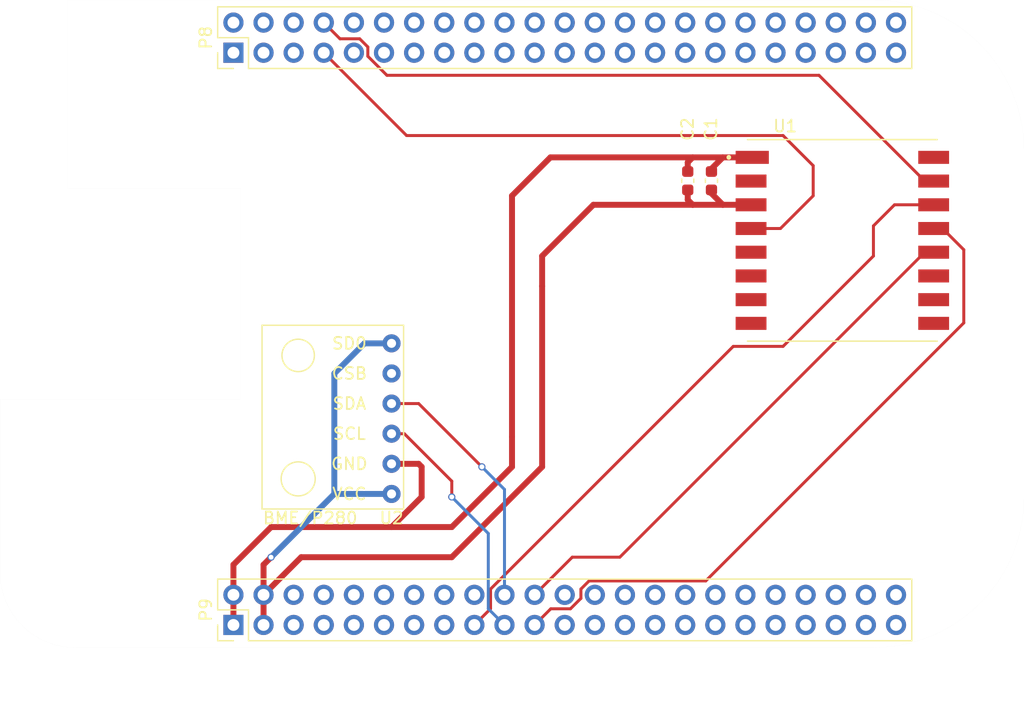
<source format=kicad_pcb>
(kicad_pcb (version 20221018) (generator pcbnew)
  (layers (0 "F.Cu" signal) (31 "B.Cu" signal) (34 "B.Paste" user) (35 "F.Paste" user) (36 "B.SilkS" user "B.Silkscreen") (37 "F.SilkS" user "F.Silkscreen") (38 "B.Mask" user) (39 "F.Mask" user) (44 "Edge.Cuts" user))
  (net 0 "")
  (net 1 "/SPI1.D0")
  (net 2 "/MMC1.DAT6")
  (net 3 "/MMC1.DAT7")
  (net 4 "/MMC1.DAT2")
  (net 5 "/MMC1.DAT3")
  (net 6 "/GPIO66")
  (net 7 "/GPIO67")
  (net 8 "/GPIO69")
  (net 9 "/GPIO68")
  (net 10 "/GPIO45")
  (net 11 "/GPIO44")
  (net 12 "/GPIO23")
  (net 13 "/GPIO26")
  (net 14 "/GPIO47")
  (net 15 "/GPIO46")
  (net 16 "/GPIO27")
  (net 17 "/LCD.AC_BIAS_E")
  (net 18 "/LCD.HSYNC")
  (net 19 "/GPIO65")
  (net 20 "/LCD.VSYNC")
  (net 21 "/LCD.PCLK")
  (net 22 "/GPIO22")
  (net 23 "/MMC1.DAT5")
  (net 24 "/MMC1.DAT4")
  (net 25 "/MMC1.DAT1")
  (net 26 "/MMC1.CLK")
  (net 27 "/MMC1.CMD")
  (net 28 "/MMC1.DAT0")
  (net 29 "/GPIO61")
  (net 30 "/LCD.DATA14")
  (net 31 "/LCD.DATA15")
  (net 32 "/LCD.DATA13")
  (net 33 "/LCD.DATA11")
  (net 34 "/LCD.DATA8")
  (net 35 "/LCD.DATA10")
  (net 36 "/LCD.DATA6")
  (net 37 "/LCD.DATA9")
  (net 38 "/LCD.DATA4")
  (net 39 "/LCD.DATA7")
  (net 40 "/LCD.DATA2")
  (net 41 "/LCD.DATA5")
  (net 42 "/LCD.DATA0")
  (net 43 "/LCD.DATA3")
  (net 44 "/LCD.DATA1")
  (net 45 "/GPIO30")
  (net 46 "/GPIO60")
  (net 47 "/GPIO31")
  (net 48 "/I2C2.SDA")
  (net 49 "/I2C2.SCL")
  (net 50 "GNDD")
  (net 51 "+3V3")
  (net 52 "+5V")
  (net 53 "/GPIO40")
  (net 54 "/GPIO48")
  (net 55 "/AIN1")
  (net 56 "/AIN0")
  (net 57 "/AIN3")
  (net 58 "/AIN2")
  (net 59 "/AIN5")
  (net 60 "/AIN6")
  (net 61 "GNDA")
  (net 62 "/AIN4")
  (net 63 "+1V8")
  (net 64 "/GPIO51")
  (net 65 "/GPIO4")
  (net 66 "/GPIO5")
  (net 67 "/GPIO3")
  (net 68 "/GPIO2")
  (net 69 "/GPIO49")
  (net 70 "/GPIO15")
  (net 71 "/GPIO117")
  (net 72 "/GPIO14")
  (net 73 "/GPIO125")
  (net 74 "/GPIO122")
  (net 75 "/GPIO20")
  (net 76 "/GPIO7")
  (net 77 "/~{SYS_RESET}")
  (net 78 "/PWR_BUT")
  (net 79 "VBUS")
  (net 80 "/SPI1.SCLK")
  (net 81 "/SPI1.CS0")
  (footprint "Connector_PinHeader_2.54mm:PinHeader_2x23_P2.54mm_Vertical" (layer "F.Cu") (at 119.685 49.835 90)
    (fp_text reference "P8" (at 1.27 -2.33 270) (layer "F.SilkS"))
    (fp_text value "BeagleBone_Black_Header" hide)
    (fp_line (start -1.33 -1.33) (end 0 -1.33) (stroke (width 0.12)) (layer "F.SilkS"))
    (fp_line (start -1.33 0) (end -1.33 -1.33) (stroke (width 0.12)) (layer "F.SilkS"))
    (fp_line (start -1.33 1.27) (end -1.33 57.21) (stroke (width 0.12)) (layer "F.SilkS"))
    (fp_line (start -1.33 1.27) (end 1.27 1.27) (stroke (width 0.12)) (layer "F.SilkS"))
    (fp_line (start -1.33 57.21) (end 3.87 57.21) (stroke (width 0.12)) (layer "F.SilkS"))
    (fp_line (start 1.27 -1.33) (end 3.87 -1.33) (stroke (width 0.12)) (layer "F.SilkS"))
    (fp_line (start 1.27 1.27) (end 1.27 -1.33) (stroke (width 0.12)) (layer "F.SilkS"))
    (fp_line (start 3.87 -1.33) (end 3.87 57.21) (stroke (width 0.12)) (layer "F.SilkS"))
    (pad "1" thru_hole rect locked (at 0 0 90) (size 1.7 1.7) (drill 1) (layers "*.Cu" "*.Mask") (net 50 "GNDD"))
    (pad "2" thru_hole oval locked (at 2.54 0 90) (size 1.7 1.7) (drill 1) (layers "*.Cu" "*.Mask") (net 50 "GNDD"))
    (pad "3" thru_hole oval locked (at 0 2.54 90) (size 1.7 1.7) (drill 1) (layers "*.Cu" "*.Mask") (net 2 "/MMC1.DAT6"))
    (pad "4" thru_hole oval locked (at 2.54 2.54 90) (size 1.7 1.7) (drill 1) (layers "*.Cu" "*.Mask") (net 3 "/MMC1.DAT7"))
    (pad "5" thru_hole oval locked (at 0 5.08 90) (size 1.7 1.7) (drill 1) (layers "*.Cu" "*.Mask") (net 4 "/MMC1.DAT2"))
    (pad "6" thru_hole oval locked (at 2.54 5.08 90) (size 1.7 1.7) (drill 1) (layers "*.Cu" "*.Mask") (net 5 "/MMC1.DAT3"))
    (pad "7" thru_hole oval locked (at 0 7.62 90) (size 1.7 1.7) (drill 1) (layers "*.Cu" "*.Mask") (net 6 "/GPIO66"))
    (pad "8" thru_hole oval locked (at 2.54 7.62 90) (size 1.7 1.7) (drill 1) (layers "*.Cu" "*.Mask") (net 7 "/GPIO67"))
    (pad "9" thru_hole oval locked (at 0 10.16 90) (size 1.7 1.7) (drill 1) (layers "*.Cu" "*.Mask") (net 8 "/GPIO69"))
    (pad "10" thru_hole oval locked (at 2.54 10.16 90) (size 1.7 1.7) (drill 1) (layers "*.Cu" "*.Mask") (net 9 "/GPIO68"))
    (pad "11" thru_hole oval locked (at 0 12.7 90) (size 1.7 1.7) (drill 1) (layers "*.Cu" "*.Mask") (net 10 "/GPIO45"))
    (pad "12" thru_hole oval locked (at 2.54 12.7 90) (size 1.7 1.7) (drill 1) (layers "*.Cu" "*.Mask") (net 11 "/GPIO44"))
    (pad "13" thru_hole oval locked (at 0 15.24 90) (size 1.7 1.7) (drill 1) (layers "*.Cu" "*.Mask") (net 12 "/GPIO23"))
    (pad "14" thru_hole oval locked (at 2.54 15.24 90) (size 1.7 1.7) (drill 1) (layers "*.Cu" "*.Mask") (net 13 "/GPIO26"))
    (pad "15" thru_hole oval locked (at 0 17.78 90) (size 1.7 1.7) (drill 1) (layers "*.Cu" "*.Mask") (net 14 "/GPIO47"))
    (pad "16" thru_hole oval locked (at 2.54 17.78 90) (size 1.7 1.7) (drill 1) (layers "*.Cu" "*.Mask") (net 15 "/GPIO46"))
    (pad "17" thru_hole oval locked (at 0 20.32 90) (size 1.7 1.7) (drill 1) (layers "*.Cu" "*.Mask") (net 16 "/GPIO27"))
    (pad "18" thru_hole oval locked (at 2.54 20.32 90) (size 1.7 1.7) (drill 1) (layers "*.Cu" "*.Mask") (net 19 "/GPIO65"))
    (pad "19" thru_hole oval locked (at 0 22.86 90) (size 1.7 1.7) (drill 1) (layers "*.Cu" "*.Mask") (net 22 "/GPIO22"))
    (pad "20" thru_hole oval locked (at 2.54 22.86 90) (size 1.7 1.7) (drill 1) (layers "*.Cu" "*.Mask") (net 27 "/MMC1.CMD"))
    (pad "21" thru_hole oval locked (at 0 25.4 90) (size 1.7 1.7) (drill 1) (layers "*.Cu" "*.Mask") (net 26 "/MMC1.CLK"))
    (pad "22" thru_hole oval locked (at 2.54 25.4 90) (size 1.7 1.7) (drill 1) (layers "*.Cu" "*.Mask") (net 23 "/MMC1.DAT5"))
    (pad "23" thru_hole oval locked (at 0 27.94 90) (size 1.7 1.7) (drill 1) (layers "*.Cu" "*.Mask") (net 24 "/MMC1.DAT4"))
    (pad "24" thru_hole oval locked (at 2.54 27.94 90) (size 1.7 1.7) (drill 1) (layers "*.Cu" "*.Mask") (net 25 "/MMC1.DAT1"))
    (pad "25" thru_hole oval locked (at 0 30.48 90) (size 1.7 1.7) (drill 1) (layers "*.Cu" "*.Mask") (net 28 "/MMC1.DAT0"))
    (pad "26" thru_hole oval locked (at 2.54 30.48 90) (size 1.7 1.7) (drill 1) (layers "*.Cu" "*.Mask") (net 21 "/LCD.PCLK"))
    (pad "27" thru_hole oval locked (at 0 33.02 90) (size 1.7 1.7) (drill 1) (layers "*.Cu" "*.Mask") (net 20 "/LCD.VSYNC"))
    (pad "28" thru_hole oval locked (at 2.54 33.02 90) (size 1.7 1.7) (drill 1) (layers "*.Cu" "*.Mask") (net 29 "/GPIO61"))
    (pad "29" thru_hole oval locked (at 0 35.56 90) (size 1.7 1.7) (drill 1) (layers "*.Cu" "*.Mask") (net 18 "/LCD.HSYNC"))
    (pad "30" thru_hole oval locked (at 2.54 35.56 90) (size 1.7 1.7) (drill 1) (layers "*.Cu" "*.Mask") (net 17 "/LCD.AC_BIAS_E"))
    (pad "31" thru_hole oval locked (at 0 38.1 90) (size 1.7 1.7) (drill 1) (layers "*.Cu" "*.Mask") (net 30 "/LCD.DATA14"))
    (pad "32" thru_hole oval locked (at 2.54 38.1 90) (size 1.7 1.7) (drill 1) (layers "*.Cu" "*.Mask") (net 31 "/LCD.DATA15"))
    (pad "33" thru_hole oval locked (at 0 40.64 90) (size 1.7 1.7) (drill 1) (layers "*.Cu" "*.Mask") (net 32 "/LCD.DATA13"))
    (pad "34" thru_hole oval locked (at 2.54 40.64 90) (size 1.7 1.7) (drill 1) (layers "*.Cu" "*.Mask") (net 33 "/LCD.DATA11"))
    (pad "35" thru_hole oval locked (at 0 43.18 90) (size 1.7 1.7) (drill 1) (layers "*.Cu" "*.Mask") (net 34 "/LCD.DATA8"))
    (pad "36" thru_hole oval locked (at 2.54 43.18 90) (size 1.7 1.7) (drill 1) (layers "*.Cu" "*.Mask") (net 35 "/LCD.DATA10"))
    (pad "37" thru_hole oval locked (at 0 45.72 90) (size 1.7 1.7) (drill 1) (layers "*.Cu" "*.Mask") (net 36 "/LCD.DATA6"))
    (pad "38" thru_hole oval locked (at 2.54 45.72 90) (size 1.7 1.7) (drill 1) (layers "*.Cu" "*.Mask") (net 37 "/LCD.DATA9"))
    (pad "39" thru_hole oval locked (at 0 48.26 90) (size 1.7 1.7) (drill 1) (layers "*.Cu" "*.Mask") (net 38 "/LCD.DATA4"))
    (pad "40" thru_hole oval locked (at 2.54 48.26 90) (size 1.7 1.7) (drill 1) (layers "*.Cu" "*.Mask") (net 39 "/LCD.DATA7"))
    (pad "41" thru_hole oval locked (at 0 50.8 90) (size 1.7 1.7) (drill 1) (layers "*.Cu" "*.Mask") (net 40 "/LCD.DATA2"))
    (pad "42" thru_hole oval locked (at 2.54 50.8 90) (size 1.7 1.7) (drill 1) (layers "*.Cu" "*.Mask") (net 41 "/LCD.DATA5"))
    (pad "43" thru_hole oval locked (at 0 53.34 90) (size 1.7 1.7) (drill 1) (layers "*.Cu" "*.Mask") (net 42 "/LCD.DATA0"))
    (pad "44" thru_hole oval locked (at 2.54 53.34 90) (size 1.7 1.7) (drill 1) (layers "*.Cu" "*.Mask") (net 43 "/LCD.DATA3"))
    (pad "45" thru_hole oval locked (at 0 55.88 90) (size 1.7 1.7) (drill 1) (layers "*.Cu" "*.Mask") (net 50 "GNDD"))
    (pad "46" thru_hole oval locked (at 2.54 55.88 90) (size 1.7 1.7) (drill 1) (layers "*.Cu" "*.Mask") (net 44 "/LCD.DATA1"))
  )
  (footprint "Connector_PinHeader_2.54mm:PinHeader_2x23_P2.54mm_Vertical" (layer "F.Cu") (at 119.685 98.095 90)
    (fp_text reference "P9" (at 1.27 -2.33 270) (layer "F.SilkS"))
    (fp_text value "BeagleBone_Black_Header" hide)
    (fp_line (start -1.33 -1.33) (end 0 -1.33) (stroke (width 0.12)) (layer "F.SilkS"))
    (fp_line (start -1.33 0) (end -1.33 -1.33) (stroke (width 0.12)) (layer "F.SilkS"))
    (fp_line (start -1.33 1.27) (end -1.33 57.21) (stroke (width 0.12)) (layer "F.SilkS"))
    (fp_line (start -1.33 1.27) (end 1.27 1.27) (stroke (width 0.12)) (layer "F.SilkS"))
    (fp_line (start -1.33 57.21) (end 3.87 57.21) (stroke (width 0.12)) (layer "F.SilkS"))
    (fp_line (start 1.27 -1.33) (end 3.87 -1.33) (stroke (width 0.12)) (layer "F.SilkS"))
    (fp_line (start 1.27 1.27) (end 1.27 -1.33) (stroke (width 0.12)) (layer "F.SilkS"))
    (fp_line (start 3.87 -1.33) (end 3.87 57.21) (stroke (width 0.12)) (layer "F.SilkS"))
    (pad "1" thru_hole rect locked (at 0 0 90) (size 1.7 1.7) (drill 1) (layers "*.Cu" "*.Mask") (net 50 "GNDD"))
    (pad "2" thru_hole oval locked (at 2.54 0 90) (size 1.7 1.7) (drill 1) (layers "*.Cu" "*.Mask") (net 50 "GNDD"))
    (pad "3" thru_hole oval locked (at 0 2.54 90) (size 1.7 1.7) (drill 1) (layers "*.Cu" "*.Mask") (net 51 "+3V3"))
    (pad "4" thru_hole oval locked (at 2.54 2.54 90) (size 1.7 1.7) (drill 1) (layers "*.Cu" "*.Mask") (net 51 "+3V3"))
    (pad "5" thru_hole oval locked (at 0 5.08 90) (size 1.7 1.7) (drill 1) (layers "*.Cu" "*.Mask") (net 52 "+5V"))
    (pad "6" thru_hole oval locked (at 2.54 5.08 90) (size 1.7 1.7) (drill 1) (layers "*.Cu" "*.Mask") (net 52 "+5V"))
    (pad "7" thru_hole oval locked (at 0 7.62 90) (size 1.7 1.7) (drill 1) (layers "*.Cu" "*.Mask") (net 79 "VBUS"))
    (pad "8" thru_hole oval locked (at 2.54 7.62 90) (size 1.7 1.7) (drill 1) (layers "*.Cu" "*.Mask") (net 79 "VBUS"))
    (pad "9" thru_hole oval locked (at 0 10.16 90) (size 1.7 1.7) (drill 1) (layers "*.Cu" "*.Mask") (net 78 "/PWR_BUT"))
    (pad "10" thru_hole oval locked (at 2.54 10.16 90) (size 1.7 1.7) (drill 1) (layers "*.Cu" "*.Mask") (net 77 "/~{SYS_RESET}"))
    (pad "11" thru_hole oval locked (at 0 12.7 90) (size 1.7 1.7) (drill 1) (layers "*.Cu" "*.Mask") (net 45 "/GPIO30"))
    (pad "12" thru_hole oval locked (at 2.54 12.7 90) (size 1.7 1.7) (drill 1) (layers "*.Cu" "*.Mask") (net 46 "/GPIO60"))
    (pad "13" thru_hole oval locked (at 0 15.24 90) (size 1.7 1.7) (drill 1) (layers "*.Cu" "*.Mask") (net 47 "/GPIO31"))
    (pad "14" thru_hole oval locked (at 2.54 15.24 90) (size 1.7 1.7) (drill 1) (layers "*.Cu" "*.Mask") (net 53 "/GPIO40"))
    (pad "15" thru_hole oval locked (at 0 17.78 90) (size 1.7 1.7) (drill 1) (layers "*.Cu" "*.Mask") (net 54 "/GPIO48"))
    (pad "16" thru_hole oval locked (at 2.54 17.78 90) (size 1.7 1.7) (drill 1) (layers "*.Cu" "*.Mask") (net 64 "/GPIO51"))
    (pad "17" thru_hole oval locked (at 0 20.32 90) (size 1.7 1.7) (drill 1) (layers "*.Cu" "*.Mask") (net 65 "/GPIO4"))
    (pad "18" thru_hole oval locked (at 2.54 20.32 90) (size 1.7 1.7) (drill 1) (layers "*.Cu" "*.Mask") (net 66 "/GPIO5"))
    (pad "19" thru_hole oval locked (at 0 22.86 90) (size 1.7 1.7) (drill 1) (layers "*.Cu" "*.Mask") (net 49 "/I2C2.SCL"))
    (pad "20" thru_hole oval locked (at 2.54 22.86 90) (size 1.7 1.7) (drill 1) (layers "*.Cu" "*.Mask") (net 48 "/I2C2.SDA"))
    (pad "21" thru_hole oval locked (at 0 25.4 90) (size 1.7 1.7) (drill 1) (layers "*.Cu" "*.Mask") (net 67 "/GPIO3"))
    (pad "22" thru_hole oval locked (at 2.54 25.4 90) (size 1.7 1.7) (drill 1) (layers "*.Cu" "*.Mask") (net 68 "/GPIO2"))
    (pad "23" thru_hole oval locked (at 0 27.94 90) (size 1.7 1.7) (drill 1) (layers "*.Cu" "*.Mask") (net 69 "/GPIO49"))
    (pad "24" thru_hole oval locked (at 2.54 27.94 90) (size 1.7 1.7) (drill 1) (layers "*.Cu" "*.Mask") (net 70 "/GPIO15"))
    (pad "25" thru_hole oval locked (at 0 30.48 90) (size 1.7 1.7) (drill 1) (layers "*.Cu" "*.Mask") (net 71 "/GPIO117"))
    (pad "26" thru_hole oval locked (at 2.54 30.48 90) (size 1.7 1.7) (drill 1) (layers "*.Cu" "*.Mask") (net 72 "/GPIO14"))
    (pad "27" thru_hole oval locked (at 0 33.02 90) (size 1.7 1.7) (drill 1) (layers "*.Cu" "*.Mask") (net 73 "/GPIO125"))
    (pad "28" thru_hole oval locked (at 2.54 33.02 90) (size 1.7 1.7) (drill 1) (layers "*.Cu" "*.Mask") (net 81 "/SPI1.CS0"))
    (pad "29" thru_hole oval locked (at 0 35.56 90) (size 1.7 1.7) (drill 1) (layers "*.Cu" "*.Mask") (net 1 "/SPI1.D0"))
    (pad "30" thru_hole oval locked (at 2.54 35.56 90) (size 1.7 1.7) (drill 1) (layers "*.Cu" "*.Mask") (net 74 "/GPIO122"))
    (pad "31" thru_hole oval locked (at 0 38.1 90) (size 1.7 1.7) (drill 1) (layers "*.Cu" "*.Mask") (net 80 "/SPI1.SCLK"))
    (pad "32" thru_hole oval locked (at 2.54 38.1 90) (size 1.7 1.7) (drill 1) (layers "*.Cu" "*.Mask") (net 63 "+1V8"))
    (pad "33" thru_hole oval locked (at 0 40.64 90) (size 1.7 1.7) (drill 1) (layers "*.Cu" "*.Mask") (net 62 "/AIN4"))
    (pad "34" thru_hole oval locked (at 2.54 40.64 90) (size 1.7 1.7) (drill 1) (layers "*.Cu" "*.Mask") (net 61 "GNDA"))
    (pad "35" thru_hole oval locked (at 0 43.18 90) (size 1.7 1.7) (drill 1) (layers "*.Cu" "*.Mask") (net 60 "/AIN6"))
    (pad "36" thru_hole oval locked (at 2.54 43.18 90) (size 1.7 1.7) (drill 1) (layers "*.Cu" "*.Mask") (net 59 "/AIN5"))
    (pad "37" thru_hole oval locked (at 0 45.72 90) (size 1.7 1.7) (drill 1) (layers "*.Cu" "*.Mask") (net 58 "/AIN2"))
    (pad "38" thru_hole oval locked (at 2.54 45.72 90) (size 1.7 1.7) (drill 1) (layers "*.Cu" "*.Mask") (net 57 "/AIN3"))
    (pad "39" thru_hole oval locked (at 0 48.26 90) (size 1.7 1.7) (drill 1) (layers "*.Cu" "*.Mask") (net 56 "/AIN0"))
    (pad "40" thru_hole oval locked (at 2.54 48.26 90) (size 1.7 1.7) (drill 1) (layers "*.Cu" "*.Mask") (net 55 "/AIN1"))
    (pad "41" thru_hole oval locked (at 0 50.8 90) (size 1.7 1.7) (drill 1) (layers "*.Cu" "*.Mask") (net 75 "/GPIO20"))
    (pad "42" thru_hole oval locked (at 2.54 50.8 90) (size 1.7 1.7) (drill 1) (layers "*.Cu" "*.Mask") (net 76 "/GPIO7"))
    (pad "43" thru_hole oval locked (at 0 53.34 90) (size 1.7 1.7) (drill 1) (layers "*.Cu" "*.Mask") (net 50 "GNDD"))
    (pad "44" thru_hole oval locked (at 2.54 53.34 90) (size 1.7 1.7) (drill 1) (layers "*.Cu" "*.Mask") (net 50 "GNDD"))
    (pad "45" thru_hole oval locked (at 0 55.88 90) (size 1.7 1.7) (drill 1) (layers "*.Cu" "*.Mask") (net 50 "GNDD"))
    (pad "46" thru_hole oval locked (at 2.54 55.88 90) (size 1.7 1.7) (drill 1) (layers "*.Cu" "*.Mask") (net 50 "GNDD"))
  )
  (footprint "Capacitor_SMD:C_0603_1608Metric" (layer "F.Cu") (at 160 60.63 90)
    (fp_text reference "C1" (at 4.35 -0.045 90) (layer "F.SilkS"))
    (fp_text value "22uF" hide)
    (fp_line (start -0.14058 -0.51) (end 0.14058 -0.51) (stroke (width 0.12)) (layer "F.SilkS"))
    (fp_line (start -0.14058 0.51) (end 0.14058 0.51) (stroke (width 0.12)) (layer "F.SilkS"))
    (pad "1" smd roundrect (at -0.775 0 90) (size 0.9 0.95) (layers "F.Cu" "F.Paste" "F.Mask") (net 51 "+3V3"))
    (pad "2" smd roundrect (at 0.775 0 90) (size 0.9 0.95) (layers "F.Cu" "F.Paste" "F.Mask") (net 50 "GNDD"))
  )
  (footprint "MountingHole:MountingHole_3.2mm_M3_DIN965" (layer "F.Cu") (at 180.645 51.74)
    (fp_text reference "MH3" hide)
    (fp_text value "MountingHole_3.2mm_M3_DIN965" hide)
    (pad "" np_thru_hole circle locked (at 0 0) (size 3.2 3.2) (drill 3.2) (layers "*.Cu" "*.Mask"))
  )
  (footprint "RA-02_LORA:MODULE_RA-02_LORA" (layer "F.Cu") (at 171.04 65.66)
    (fp_text reference "U1" (at -4.825 -9.635) (layer "F.SilkS"))
    (fp_text value "RA-02_LORA")
    (fp_line (start -8 -8.5) (end 8 -8.5) (stroke (width 0.127)) (layer "F.SilkS"))
    (fp_line (start -8 8.5) (end 8 8.5) (stroke (width 0.127)) (layer "F.SilkS"))
    (fp_circle (center -9.576 -7) (end -9.476 -7) (stroke (width 0.2)) (fill none) (layer "F.SilkS"))
    (pad "1" smd rect (at -7.6 -7) (size 2.8 1.1) (layers "F.Cu" "F.Paste" "F.Mask") (net 50 "GNDD"))
    (pad "2" smd rect (at -7.7 -5) (size 2.6 1.1) (layers "F.Cu" "F.Paste" "F.Mask") (net 50 "GNDD"))
    (pad "3" smd rect (at -7.7 -3) (size 2.6 1.1) (layers "F.Cu" "F.Paste" "F.Mask") (net 51 "+3V3"))
    (pad "4" smd rect (at -7.7 -1) (size 2.6 1.1) (layers "F.Cu" "F.Paste" "F.Mask") (net 6 "/GPIO66"))
    (pad "5" smd rect (at -7.7 1) (size 2.6 1.1) (layers "F.Cu" "F.Paste" "F.Mask"))
    (pad "6" smd rect (at -7.7 3) (size 2.6 1.1) (layers "F.Cu" "F.Paste" "F.Mask"))
    (pad "7" smd rect (at -7.7 5) (size 2.6 1.1) (layers "F.Cu" "F.Paste" "F.Mask"))
    (pad "8" smd rect (at -7.7 7) (size 2.6 1.1) (layers "F.Cu" "F.Paste" "F.Mask"))
    (pad "9" smd rect (at 7.7 7 180) (size 2.6 1.1) (layers "F.Cu" "F.Paste" "F.Mask") (net 50 "GNDD"))
    (pad "10" smd rect (at 7.7 5 180) (size 2.6 1.1) (layers "F.Cu" "F.Paste" "F.Mask"))
    (pad "11" smd rect (at 7.7 3 180) (size 2.6 1.1) (layers "F.Cu" "F.Paste" "F.Mask"))
    (pad "12" smd rect (at 7.7 1 180) (size 2.6 1.1) (layers "F.Cu" "F.Paste" "F.Mask") (net 68 "/GPIO2"))
    (pad "13" smd rect (at 7.7 -1 180) (size 2.6 1.1) (layers "F.Cu" "F.Paste" "F.Mask") (net 67 "/GPIO3"))
    (pad "14" smd rect (at 7.7 -3 180) (size 2.6 1.1) (layers "F.Cu" "F.Paste" "F.Mask") (net 65 "/GPIO4"))
    (pad "15" smd rect (at 7.7 -5 180) (size 2.6 1.1) (layers "F.Cu" "F.Paste" "F.Mask") (net 7 "/GPIO67"))
    (pad "16" smd rect (at 7.7 -7 180) (size 2.6 1.1) (layers "F.Cu" "F.Paste" "F.Mask") (net 50 "GNDD"))
  )
  (footprint "Capacitor_SMD:C_0603_1608Metric" (layer "F.Cu") (at 158 60.63 90)
    (fp_text reference "C2" (at 4.35 -0.015 90) (layer "F.SilkS"))
    (fp_text value "0.1uF" hide)
    (fp_line (start -0.14058 -0.51) (end 0.14058 -0.51) (stroke (width 0.12)) (layer "F.SilkS"))
    (fp_line (start -0.14058 0.51) (end 0.14058 0.51) (stroke (width 0.12)) (layer "F.SilkS"))
    (pad "1" smd roundrect (at -0.775 0 90) (size 0.9 0.95) (layers "F.Cu" "F.Paste" "F.Mask") (net 51 "+3V3"))
    (pad "2" smd roundrect (at 0.775 0 90) (size 0.9 0.95) (layers "F.Cu" "F.Paste" "F.Mask") (net 50 "GNDD"))
  )
  (footprint "usini_sensors:module_bme280" (layer "F.Cu") (at 127.94 74.6 180)
    (fp_text reference "U2" (at -5.08 -14.478) (layer "F.SilkS"))
    (fp_text value "module_bme280")
    (fp_text user "GND" (at -1.524 -9.906) (layer "F.SilkS"))
    (fp_text user "SDA" (at -1.524 -4.826) (layer "F.SilkS"))
    (fp_text user "SD0" (at -1.524 0.254) (layer "F.SilkS"))
    (fp_text user "BME/P280" (at 1.778 -14.478) (layer "F.SilkS"))
    (fp_text user "SCL" (at -1.524 -7.366) (layer "F.SilkS"))
    (fp_text user "VCC" (at -1.524 -12.446) (layer "F.SilkS"))
    (fp_text user "CSB" (at -1.524 -2.286) (layer "F.SilkS"))
    (fp_line (start -6.096 -13.716) (end -6.096 1.778) (stroke (width 0.12)) (layer "F.SilkS"))
    (fp_line (start -6.096 1.778) (end 5.842 1.778) (stroke (width 0.12)) (layer "F.SilkS"))
    (fp_line (start 5.842 -13.716) (end -6.096 -13.716) (stroke (width 0.12)) (layer "F.SilkS"))
    (fp_line (start 5.842 1.778) (end 5.842 -13.716) (stroke (width 0.12)) (layer "F.SilkS"))
    (fp_circle (center 2.794 -11.176) (end 3.81 -10.16) (stroke (width 0.12)) (fill none) (layer "F.SilkS"))
    (fp_circle (center 2.794 -0.762) (end 3.302 0.508) (stroke (width 0.12)) (fill none) (layer "F.SilkS"))
    (pad "1" thru_hole circle (at -5.08 -12.446 180) (size 1.524 1.524) (drill 0.762) (layers "*.Cu" "*.Mask") (net 51 "+3V3"))
    (pad "2" thru_hole circle (at -5.08 -9.906 180) (size 1.524 1.524) (drill 0.762) (layers "*.Cu" "*.Mask") (net 50 "GNDD"))
    (pad "3" thru_hole circle (at -5.08 -7.366 180) (size 1.524 1.524) (drill 0.762) (layers "*.Cu" "*.Mask") (net 49 "/I2C2.SCL"))
    (pad "4" thru_hole circle (at -5.08 -4.826 180) (size 1.524 1.524) (drill 0.762) (layers "*.Cu" "*.Mask") (net 48 "/I2C2.SDA"))
    (pad "5" thru_hole circle (at -5.08 -2.286 180) (size 1.524 1.524) (drill 0.762) (layers "*.Cu" "*.Mask"))
    (pad "6" thru_hole circle (at -5.08 0.254 180) (size 1.524 1.524) (drill 0.762) (layers "*.Cu" "*.Mask") (net 51 "+3V3"))
  )
  (footprint "MountingHole:MountingHole_3.2mm_M3_DIN965" (layer "F.Cu") (at 180.645 93.65)
    (fp_text reference "MH4" hide)
    (fp_text value "MountingHole_3.2mm_M3_DIN965" hide)
    (pad "" np_thru_hole circle locked (at 0 0) (size 3.2 3.2) (drill 3.2) (layers "*.Cu" "*.Mask"))
  )
  (footprint "MountingHole:MountingHole_3.2mm_M3_DIN965" (layer "F.Cu") (at 114.605 48.565)
    (fp_text reference "MH1" hide)
    (fp_text value "MountingHole_3.2mm_M3_DIN965" hide)
    (pad "" np_thru_hole circle locked (at 0 0) (size 3.2 3.2) (drill 3.2) (layers "*.Cu" "*.Mask"))
  )
  (footprint "MountingHole:MountingHole_3.2mm_M3_DIN965" (layer "F.Cu") (at 114.605 96.825)
    (fp_text reference "MH2" hide)
    (fp_text value "MountingHole_3.2mm_M3_DIN965" hide)
    (pad "" np_thru_hole circle locked (at 0 0) (size 3.2 3.2) (drill 3.2) (layers "*.Cu" "*.Mask"))
  )
  (gr_arc locked (start 106.35 100) (mid 101.859872 98.140128) (end 100 93.65) (stroke (width 0.00254)) (layer "Edge.Cuts"))
  (gr_line locked (start 186.36 87.3) (end 186.36 58.09) (stroke (width 0.00254)) (layer "Edge.Cuts"))
  (gr_line locked (start 106.35 100) (end 173.66 100) (stroke (width 0.00254)) (layer "Edge.Cuts"))
  (gr_line locked (start 120.32 79.045) (end 100 79.045) (stroke (width 0.00254)) (layer "Edge.Cuts"))
  (gr_line locked (start 105.715 45.39) (end 105.715 61.265) (stroke (width 0.00254)) (layer "Edge.Cuts"))
  (gr_line locked (start 100 79.045) (end 100 93.65) (stroke (width 0.00254)) (layer "Edge.Cuts"))
  (gr_line locked (start 173.66 45.39) (end 105.715 45.39) (stroke (width 0.00254)) (layer "Edge.Cuts"))
  (gr_arc locked (start 186.36 87.3) (mid 182.640256 96.280256) (end 173.66 100) (stroke (width 0.00254)) (layer "Edge.Cuts"))
  (gr_arc locked (start 173.66 45.39) (mid 182.640256 49.109744) (end 186.36 58.09) (stroke (width 0.00254)) (layer "Edge.Cuts"))
  (gr_line locked (start 120.32 61.265) (end 120.32 79.045) (stroke (width 0.00254)) (layer "Edge.Cuts"))
  (gr_line locked (start 105.715 61.265) (end 120.32 61.265) (stroke (width 0.00254)) (layer "Edge.Cuts"))
  (segment (start 168.58 59.36) (end 166.04 56.82) (width 0.25) (layer "F.Cu") (net 6))
  (segment (start 166.04 56.82) (end 134.29 56.82) (width 0.25) (layer "F.Cu") (net 6))
  (segment (start 163.34 64.66) (end 165.82 64.66) (width 0.25) (layer "F.Cu") (net 6))
  (segment (start 168.58 61.9) (end 168.58 59.36) (width 0.25) (layer "F.Cu") (net 6))
  (segment (start 134.29 56.82) (end 127.305 49.835) (width 0.25) (layer "F.Cu") (net 6))
  (segment (start 165.82 64.66) (end 168.58 61.9) (width 0.25) (layer "F.Cu") (net 6))
  (segment (start 132.628299 51.74) (end 131.02 50.131701) (width 0.25) (layer "F.Cu") (net 7))
  (segment (start 169.07 51.74) (end 132.628299 51.74) (width 0.25) (layer "F.Cu") (net 7))
  (segment (start 177.99 60.66) (end 169.07 51.74) (width 0.25) (layer "F.Cu") (net 7))
  (segment (start 131.02 49.348299) (end 130.331701 48.66) (width 0.25) (layer "F.Cu") (net 7))
  (segment (start 178.74 60.66) (end 177.99 60.66) (width 0.25) (layer "F.Cu") (net 7))
  (segment (start 131.02 50.131701) (end 131.02 49.348299) (width 0.25) (layer "F.Cu") (net 7))
  (segment (start 128.67 48.66) (end 127.305 47.295) (width 0.25) (layer "F.Cu") (net 7))
  (segment (start 130.331701 48.66) (end 128.67 48.66) (width 0.25) (layer "F.Cu") (net 7))
  (segment (start 135.306 79.426) (end 140.64 84.76) (width 0.25) (layer "F.Cu") (net 48))
  (segment (start 133.02 79.426) (end 135.306 79.426) (width 0.25) (layer "F.Cu") (net 48))
  (via (at 140.64 84.76) (size 0.6) (drill 0.4) (layers "F.Cu" "B.Cu") (net 48))
  (segment (start 142.545 86.665) (end 142.545 95.555) (width 0.25) (layer "B.Cu") (net 48))
  (segment (start 140.64 84.76) (end 142.545 86.665) (width 0.25) (layer "B.Cu") (net 48))
  (segment (start 134.09763 81.966) (end 138.1 85.96837) (width 0.25) (layer "F.Cu") (net 49))
  (segment (start 133.02 81.966) (end 134.09763 81.966) (width 0.25) (layer "F.Cu") (net 49))
  (segment (start 138.1 85.96837) (end 138.1 87.3) (width 0.25) (layer "F.Cu") (net 49))
  (via (at 138.1 87.3) (size 0.6) (drill 0.4) (layers "F.Cu" "B.Cu") (net 49))
  (segment (start 141.18 90.38) (end 141.18 96.73) (width 0.25) (layer "B.Cu") (net 49))
  (segment (start 138.1 87.3) (end 141.18 90.38) (width 0.25) (layer "B.Cu") (net 49))
  (segment (start 141.18 96.73) (end 142.545 98.095) (width 0.25) (layer "B.Cu") (net 49))
  (segment (start 143.18 61.9) (end 143.18 82.22) (width 0.5) (layer "F.Cu") (net 50))
  (segment (start 143.18 84.76) (end 138.1 89.84) (width 0.5) (layer "F.Cu") (net 50))
  (segment (start 119.685 93.015) (end 119.685 98.095) (width 0.5) (layer "F.Cu") (net 50))
  (segment (start 138.1 89.84) (end 133.02 89.84) (width 0.5) (layer "F.Cu") (net 50))
  (segment (start 135.306 84.506) (end 135.56 84.76) (width 0.5) (layer "F.Cu") (net 50))
  (segment (start 122.86 89.84) (end 119.685 93.015) (width 0.5) (layer "F.Cu") (net 50))
  (segment (start 133.02 89.84) (end 122.86 89.84) (width 0.5) (layer "F.Cu") (net 50))
  (segment (start 146.42 58.66) (end 143.18 61.9) (width 0.5) (layer "F.Cu") (net 50))
  (segment (start 160 59.855) (end 160 59.62) (width 0.5) (layer "F.Cu") (net 50))
  (segment (start 158 59.08) (end 158.42 58.66) (width 0.5) (layer "F.Cu") (net 50))
  (segment (start 163.44 58.66) (end 160.96 58.66) (width 0.5) (layer "F.Cu") (net 50))
  (segment (start 135.56 84.76) (end 135.56 87.3) (width 0.5) (layer "F.Cu") (net 50))
  (segment (start 143.18 82.22) (end 143.18 84.76) (width 0.5) (layer "F.Cu") (net 50))
  (segment (start 158.42 58.66) (end 146.42 58.66) (width 0.5) (layer "F.Cu") (net 50))
  (segment (start 160 59.62) (end 160.96 58.66) (width 0.5) (layer "F.Cu") (net 50))
  (segment (start 158 59.855) (end 158 59.08) (width 0.5) (layer "F.Cu") (net 50))
  (segment (start 160.96 58.66) (end 158.42 58.66) (width 0.5) (layer "F.Cu") (net 50))
  (segment (start 135.56 87.3) (end 133.02 89.84) (width 0.5) (layer "F.Cu") (net 50))
  (segment (start 133.02 84.506) (end 135.306 84.506) (width 0.5) (layer "F.Cu") (net 50))
  (segment (start 163.34 62.66) (end 160.96 62.66) (width 0.5) (layer "F.Cu") (net 51))
  (segment (start 125.4 92.38) (end 122.225 95.555) (width 0.5) (layer "F.Cu") (net 51))
  (segment (start 160 61.7) (end 160.96 62.66) (width 0.5) (layer "F.Cu") (net 51))
  (segment (start 160.96 62.66) (end 158.42 62.66) (width 0.5) (layer "F.Cu") (net 51))
  (segment (start 158.42 62.66) (end 150.04 62.66) (width 0.5) (layer "F.Cu") (net 51))
  (segment (start 122.225 95.555) (end 122.225 93.015) (width 0.5) (layer "F.Cu") (net 51))
  (segment (start 138.1 92.38) (end 125.4 92.38) (width 0.5) (layer "F.Cu") (net 51))
  (segment (start 158 62.24) (end 158.42 62.66) (width 0.5) (layer "F.Cu") (net 51))
  (segment (start 122.225 95.555) (end 122.225 98.095) (width 0.5) (layer "F.Cu") (net 51))
  (segment (start 145.72 66.98) (end 145.72 69.52) (width 0.5) (layer "F.Cu") (net 51))
  (segment (start 158 61.405) (end 158 62.24) (width 0.5) (layer "F.Cu") (net 51))
  (segment (start 145.72 84.76) (end 138.1 92.38) (width 0.5) (layer "F.Cu") (net 51))
  (segment (start 145.72 69.52) (end 145.72 84.76) (width 0.5) (layer "F.Cu") (net 51))
  (segment (start 122.225 93.015) (end 122.86 92.38) (width 0.5) (layer "F.Cu") (net 51))
  (segment (start 160 61.405) (end 160 61.7) (width 0.5) (layer "F.Cu") (net 51))
  (segment (start 150.04 62.66) (end 145.72 66.98) (width 0.5) (layer "F.Cu") (net 51))
  (via (at 122.86 92.38) (size 0.6) (drill 0.4) (layers "F.Cu" "B.Cu") (net 51))
  (segment (start 128.194 87.046) (end 128.194 76.886) (width 0.5) (layer "B.Cu") (net 51))
  (segment (start 128.194 87.046) (end 133.02 87.046) (width 0.5) (layer "B.Cu") (net 51))
  (segment (start 128.194 76.886) (end 130.734 74.346) (width 0.5) (layer "B.Cu") (net 51))
  (segment (start 122.86 92.38) (end 128.194 87.046) (width 0.5) (layer "B.Cu") (net 51))
  (segment (start 130.734 74.346) (end 133.02 74.346) (width 0.5) (layer "B.Cu") (net 51))
  (segment (start 166.04 74.6) (end 173.66 66.98) (width 0.25) (layer "F.Cu") (net 65))
  (segment (start 141.37 95.068299) (end 161.838299 74.6) (width 0.25) (layer "F.Cu") (net 65))
  (segment (start 173.66 64.44) (end 175.44 62.66) (width 0.25) (layer "F.Cu") (net 65))
  (segment (start 140.005 98.095) (end 141.37 96.73) (width 0.25) (layer "F.Cu") (net 65))
  (segment (start 175.44 62.66) (end 178.74 62.66) (width 0.25) (layer "F.Cu") (net 65))
  (segment (start 141.37 96.73) (end 141.37 95.068299) (width 0.25) (layer "F.Cu") (net 65))
  (segment (start 161.838299 74.6) (end 166.04 74.6) (width 0.25) (layer "F.Cu") (net 65))
  (segment (start 173.66 66.98) (end 173.66 64.44) (width 0.25) (layer "F.Cu") (net 65))
  (segment (start 149.678299 94.38) (end 148.99 95.068299) (width 0.25) (layer "F.Cu") (net 67))
  (segment (start 146.45 96.73) (end 145.085 98.095) (width 0.25) (layer "F.Cu") (net 67))
  (segment (start 181.28 72.62) (end 159.52 94.38) (width 0.25) (layer "F.Cu") (net 67))
  (segment (start 148.99 95.851701) (end 148.111701 96.73) (width 0.25) (layer "F.Cu") (net 67))
  (segment (start 159.52 94.38) (end 149.678299 94.38) (width 0.25) (layer "F.Cu") (net 67))
  (segment (start 148.111701 96.73) (end 146.45 96.73) (width 0.25) (layer "F.Cu") (net 67))
  (segment (start 148.99 95.068299) (end 148.99 95.851701) (width 0.25) (layer "F.Cu") (net 67))
  (segment (start 179.49 64.66) (end 181.28 66.45) (width 0.25) (layer "F.Cu") (net 67))
  (segment (start 181.28 66.45) (end 181.28 72.62) (width 0.25) (layer "F.Cu") (net 67))
  (segment (start 178.74 64.66) (end 179.49 64.66) (width 0.25) (layer "F.Cu") (net 67))
  (segment (start 178.74 66.66) (end 177.99 66.66) (width 0.25) (layer "F.Cu") (net 68))
  (segment (start 152.27 92.38) (end 148.26 92.38) (width 0.25) (layer "F.Cu") (net 68))
  (segment (start 177.99 66.66) (end 152.27 92.38) (width 0.25) (layer "F.Cu") (net 68))
  (segment (start 148.26 92.38) (end 145.085 95.555) (width 0.25) (layer "F.Cu") (net 68))
)
</source>
